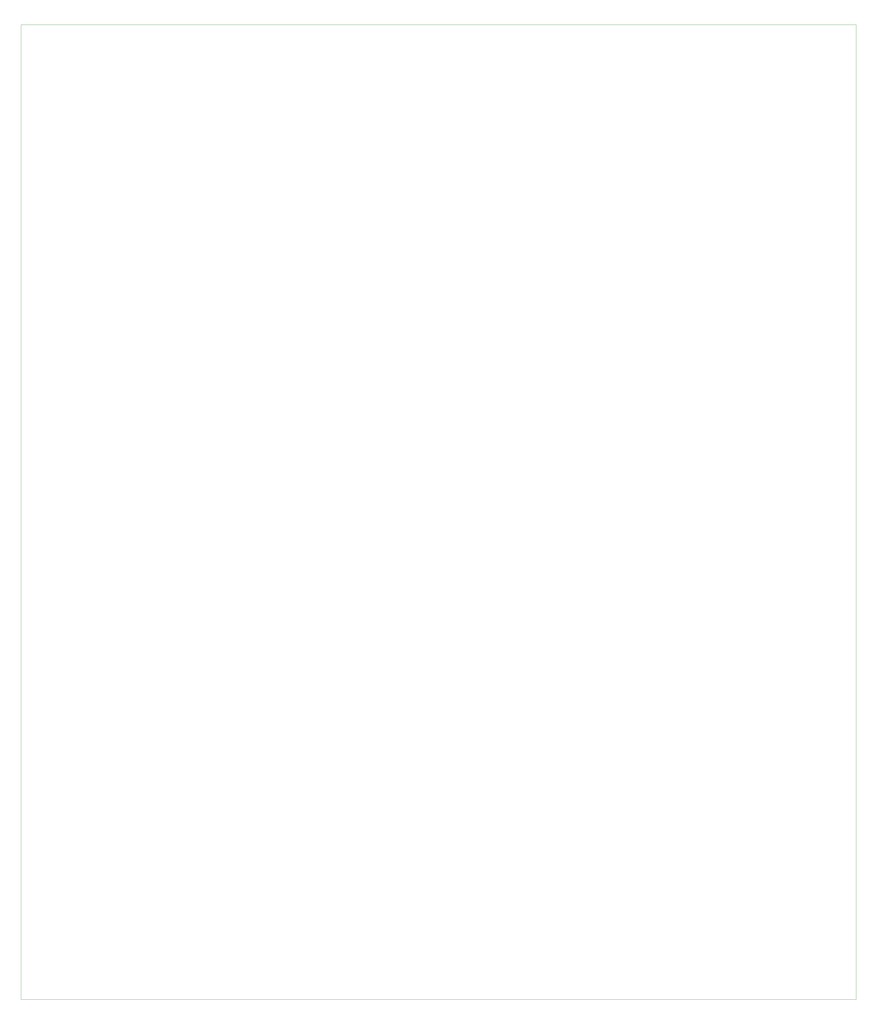
<source format=gbr>
%TF.GenerationSoftware,KiCad,Pcbnew,7.0.5*%
%TF.CreationDate,2023-06-01T20:25:25+12:00*%
%TF.ProjectId,ChessBoardKiCad,43686573-7342-46f6-9172-644b69436164,rev?*%
%TF.SameCoordinates,Original*%
%TF.FileFunction,Profile,NP*%
%FSLAX46Y46*%
G04 Gerber Fmt 4.6, Leading zero omitted, Abs format (unit mm)*
G04 Created by KiCad (PCBNEW 7.0.5) date 2023-06-01 20:25:25*
%MOMM*%
%LPD*%
G01*
G04 APERTURE LIST*
%TA.AperFunction,Profile*%
%ADD10C,0.100000*%
%TD*%
G04 APERTURE END LIST*
D10*
X195000000Y-45000000D02*
X465000000Y-45000000D01*
X195000000Y-360000000D02*
X195000000Y-45000000D01*
X465000000Y-360000000D02*
X195000000Y-360000000D01*
X465000000Y-360000000D02*
X465000000Y-45000000D01*
M02*

</source>
